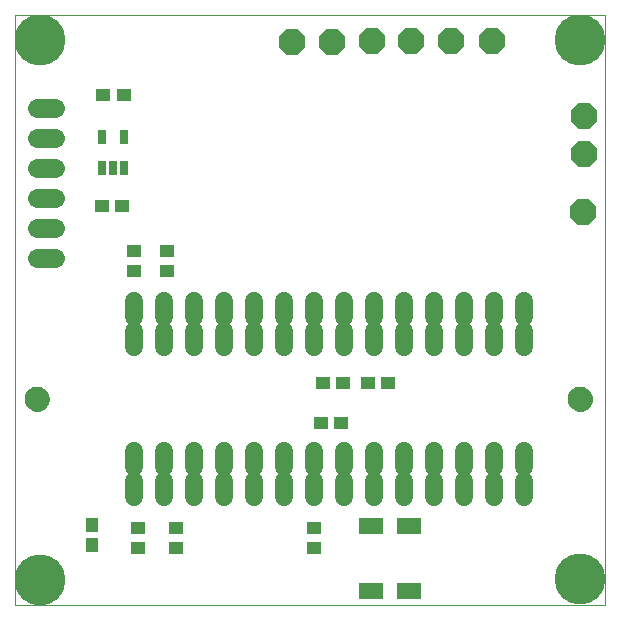
<source format=gbs>
G75*
%MOIN*%
%OFA0B0*%
%FSLAX24Y24*%
%IPPOS*%
%LPD*%
%AMOC8*
5,1,8,0,0,1.08239X$1,22.5*
%
%ADD10C,0.0000*%
%ADD11R,0.0473X0.0434*%
%ADD12R,0.0257X0.0512*%
%ADD13R,0.0788X0.0552*%
%ADD14C,0.0640*%
%ADD15R,0.0434X0.0473*%
%ADD16OC8,0.0890*%
%ADD17C,0.0594*%
%ADD18C,0.0827*%
%ADD19C,0.1700*%
D10*
X000180Y000180D02*
X000180Y019865D01*
X019865Y019865D01*
X019865Y000180D01*
X000180Y000180D01*
X000528Y007048D02*
X000530Y007087D01*
X000536Y007126D01*
X000546Y007164D01*
X000559Y007201D01*
X000576Y007236D01*
X000596Y007270D01*
X000620Y007301D01*
X000647Y007330D01*
X000676Y007356D01*
X000708Y007379D01*
X000742Y007399D01*
X000778Y007415D01*
X000815Y007427D01*
X000854Y007436D01*
X000893Y007441D01*
X000932Y007442D01*
X000971Y007439D01*
X001010Y007432D01*
X001047Y007421D01*
X001084Y007407D01*
X001119Y007389D01*
X001152Y007368D01*
X001183Y007343D01*
X001211Y007316D01*
X001236Y007286D01*
X001258Y007253D01*
X001277Y007219D01*
X001292Y007183D01*
X001304Y007145D01*
X001312Y007107D01*
X001316Y007068D01*
X001316Y007028D01*
X001312Y006989D01*
X001304Y006951D01*
X001292Y006913D01*
X001277Y006877D01*
X001258Y006843D01*
X001236Y006810D01*
X001211Y006780D01*
X001183Y006753D01*
X001152Y006728D01*
X001119Y006707D01*
X001084Y006689D01*
X001047Y006675D01*
X001010Y006664D01*
X000971Y006657D01*
X000932Y006654D01*
X000893Y006655D01*
X000854Y006660D01*
X000815Y006669D01*
X000778Y006681D01*
X000742Y006697D01*
X000708Y006717D01*
X000676Y006740D01*
X000647Y006766D01*
X000620Y006795D01*
X000596Y006826D01*
X000576Y006860D01*
X000559Y006895D01*
X000546Y006932D01*
X000536Y006970D01*
X000530Y007009D01*
X000528Y007048D01*
X000530Y007087D01*
X000536Y007126D01*
X000546Y007164D01*
X000559Y007201D01*
X000576Y007236D01*
X000596Y007270D01*
X000620Y007301D01*
X000647Y007330D01*
X000676Y007356D01*
X000708Y007379D01*
X000742Y007399D01*
X000778Y007415D01*
X000815Y007427D01*
X000854Y007436D01*
X000893Y007441D01*
X000932Y007442D01*
X000971Y007439D01*
X001010Y007432D01*
X001047Y007421D01*
X001084Y007407D01*
X001119Y007389D01*
X001152Y007368D01*
X001183Y007343D01*
X001211Y007316D01*
X001236Y007286D01*
X001258Y007253D01*
X001277Y007219D01*
X001292Y007183D01*
X001304Y007145D01*
X001312Y007107D01*
X001316Y007068D01*
X001316Y007028D01*
X001312Y006989D01*
X001304Y006951D01*
X001292Y006913D01*
X001277Y006877D01*
X001258Y006843D01*
X001236Y006810D01*
X001211Y006780D01*
X001183Y006753D01*
X001152Y006728D01*
X001119Y006707D01*
X001084Y006689D01*
X001047Y006675D01*
X001010Y006664D01*
X000971Y006657D01*
X000932Y006654D01*
X000893Y006655D01*
X000854Y006660D01*
X000815Y006669D01*
X000778Y006681D01*
X000742Y006697D01*
X000708Y006717D01*
X000676Y006740D01*
X000647Y006766D01*
X000620Y006795D01*
X000596Y006826D01*
X000576Y006860D01*
X000559Y006895D01*
X000546Y006932D01*
X000536Y006970D01*
X000530Y007009D01*
X000528Y007048D01*
X018630Y007048D02*
X018632Y007087D01*
X018638Y007126D01*
X018648Y007164D01*
X018661Y007201D01*
X018678Y007236D01*
X018698Y007270D01*
X018722Y007301D01*
X018749Y007330D01*
X018778Y007356D01*
X018810Y007379D01*
X018844Y007399D01*
X018880Y007415D01*
X018917Y007427D01*
X018956Y007436D01*
X018995Y007441D01*
X019034Y007442D01*
X019073Y007439D01*
X019112Y007432D01*
X019149Y007421D01*
X019186Y007407D01*
X019221Y007389D01*
X019254Y007368D01*
X019285Y007343D01*
X019313Y007316D01*
X019338Y007286D01*
X019360Y007253D01*
X019379Y007219D01*
X019394Y007183D01*
X019406Y007145D01*
X019414Y007107D01*
X019418Y007068D01*
X019418Y007028D01*
X019414Y006989D01*
X019406Y006951D01*
X019394Y006913D01*
X019379Y006877D01*
X019360Y006843D01*
X019338Y006810D01*
X019313Y006780D01*
X019285Y006753D01*
X019254Y006728D01*
X019221Y006707D01*
X019186Y006689D01*
X019149Y006675D01*
X019112Y006664D01*
X019073Y006657D01*
X019034Y006654D01*
X018995Y006655D01*
X018956Y006660D01*
X018917Y006669D01*
X018880Y006681D01*
X018844Y006697D01*
X018810Y006717D01*
X018778Y006740D01*
X018749Y006766D01*
X018722Y006795D01*
X018698Y006826D01*
X018678Y006860D01*
X018661Y006895D01*
X018648Y006932D01*
X018638Y006970D01*
X018632Y007009D01*
X018630Y007048D01*
X018632Y007087D01*
X018638Y007126D01*
X018648Y007164D01*
X018661Y007201D01*
X018678Y007236D01*
X018698Y007270D01*
X018722Y007301D01*
X018749Y007330D01*
X018778Y007356D01*
X018810Y007379D01*
X018844Y007399D01*
X018880Y007415D01*
X018917Y007427D01*
X018956Y007436D01*
X018995Y007441D01*
X019034Y007442D01*
X019073Y007439D01*
X019112Y007432D01*
X019149Y007421D01*
X019186Y007407D01*
X019221Y007389D01*
X019254Y007368D01*
X019285Y007343D01*
X019313Y007316D01*
X019338Y007286D01*
X019360Y007253D01*
X019379Y007219D01*
X019394Y007183D01*
X019406Y007145D01*
X019414Y007107D01*
X019418Y007068D01*
X019418Y007028D01*
X019414Y006989D01*
X019406Y006951D01*
X019394Y006913D01*
X019379Y006877D01*
X019360Y006843D01*
X019338Y006810D01*
X019313Y006780D01*
X019285Y006753D01*
X019254Y006728D01*
X019221Y006707D01*
X019186Y006689D01*
X019149Y006675D01*
X019112Y006664D01*
X019073Y006657D01*
X019034Y006654D01*
X018995Y006655D01*
X018956Y006660D01*
X018917Y006669D01*
X018880Y006681D01*
X018844Y006697D01*
X018810Y006717D01*
X018778Y006740D01*
X018749Y006766D01*
X018722Y006795D01*
X018698Y006826D01*
X018678Y006860D01*
X018661Y006895D01*
X018648Y006932D01*
X018638Y006970D01*
X018632Y007009D01*
X018630Y007048D01*
D11*
X012631Y007574D03*
X011962Y007574D03*
X011134Y007594D03*
X010464Y007594D03*
X010393Y006254D03*
X011062Y006254D03*
X010162Y002764D03*
X010162Y002095D03*
X005544Y002097D03*
X005544Y002766D03*
X004288Y002756D03*
X004288Y002086D03*
X004146Y011319D03*
X004146Y011989D03*
X005238Y011984D03*
X005238Y011315D03*
X003752Y013494D03*
X003082Y013494D03*
X003135Y017171D03*
X003805Y017171D03*
D12*
X003833Y015790D03*
X003085Y015790D03*
X003085Y014766D03*
X003459Y014766D03*
X003833Y014766D03*
D13*
X012054Y002812D03*
X013314Y002812D03*
X013314Y000646D03*
X012054Y000646D03*
D14*
X001523Y011750D02*
X000923Y011750D01*
X000923Y012750D02*
X001523Y012750D01*
X001523Y013750D02*
X000923Y013750D01*
X000923Y014750D02*
X001523Y014750D01*
X001523Y015750D02*
X000923Y015750D01*
X000923Y016750D02*
X001523Y016750D01*
D15*
X002757Y002850D03*
X002757Y002180D03*
D16*
X019119Y013299D03*
X019147Y015215D03*
X019138Y016479D03*
X016099Y018983D03*
X014721Y019001D03*
X013374Y018976D03*
X012073Y018981D03*
X010739Y018970D03*
X009422Y018962D03*
D17*
X009162Y010326D02*
X009162Y009771D01*
X009162Y009326D02*
X009162Y008771D01*
X008162Y008771D02*
X008162Y009326D01*
X008162Y009771D02*
X008162Y010326D01*
X007162Y010326D02*
X007162Y009771D01*
X007162Y009326D02*
X007162Y008771D01*
X006162Y008771D02*
X006162Y009326D01*
X006162Y009771D02*
X006162Y010326D01*
X005162Y010326D02*
X005162Y009771D01*
X005162Y009326D02*
X005162Y008771D01*
X004162Y008771D02*
X004162Y009326D01*
X004162Y009771D02*
X004162Y010326D01*
X004162Y005326D02*
X004162Y004771D01*
X004162Y004326D02*
X004162Y003771D01*
X005162Y003771D02*
X005162Y004326D01*
X005162Y004771D02*
X005162Y005326D01*
X006162Y005326D02*
X006162Y004771D01*
X006162Y004326D02*
X006162Y003771D01*
X007162Y003771D02*
X007162Y004326D01*
X007162Y004771D02*
X007162Y005326D01*
X008162Y005326D02*
X008162Y004771D01*
X008162Y004326D02*
X008162Y003771D01*
X009162Y003771D02*
X009162Y004326D01*
X009162Y004771D02*
X009162Y005326D01*
X010162Y005326D02*
X010162Y004771D01*
X010162Y004326D02*
X010162Y003771D01*
X011162Y003771D02*
X011162Y004326D01*
X011162Y004771D02*
X011162Y005326D01*
X012162Y005326D02*
X012162Y004771D01*
X012162Y004326D02*
X012162Y003771D01*
X013162Y003771D02*
X013162Y004326D01*
X013162Y004771D02*
X013162Y005326D01*
X014162Y005326D02*
X014162Y004771D01*
X014162Y004326D02*
X014162Y003771D01*
X015162Y003771D02*
X015162Y004326D01*
X015162Y004771D02*
X015162Y005326D01*
X016162Y005326D02*
X016162Y004771D01*
X016162Y004326D02*
X016162Y003771D01*
X017162Y003771D02*
X017162Y004326D01*
X017162Y004771D02*
X017162Y005326D01*
X017162Y008771D02*
X017162Y009326D01*
X017162Y009771D02*
X017162Y010326D01*
X016162Y010326D02*
X016162Y009771D01*
X016162Y009326D02*
X016162Y008771D01*
X015162Y008771D02*
X015162Y009326D01*
X015162Y009771D02*
X015162Y010326D01*
X014162Y010326D02*
X014162Y009771D01*
X014162Y009326D02*
X014162Y008771D01*
X013162Y008771D02*
X013162Y009326D01*
X013162Y009771D02*
X013162Y010326D01*
X012162Y010326D02*
X012162Y009771D01*
X012162Y009326D02*
X012162Y008771D01*
X011162Y008771D02*
X011162Y009326D01*
X011162Y009771D02*
X011162Y010326D01*
X010162Y010326D02*
X010162Y009771D01*
X010162Y009326D02*
X010162Y008771D01*
D18*
X019024Y007048D03*
X019024Y007048D03*
X000922Y007048D03*
X000922Y007048D03*
D19*
X001030Y001030D03*
X001031Y019005D03*
X019012Y019007D03*
X019009Y001042D03*
M02*

</source>
